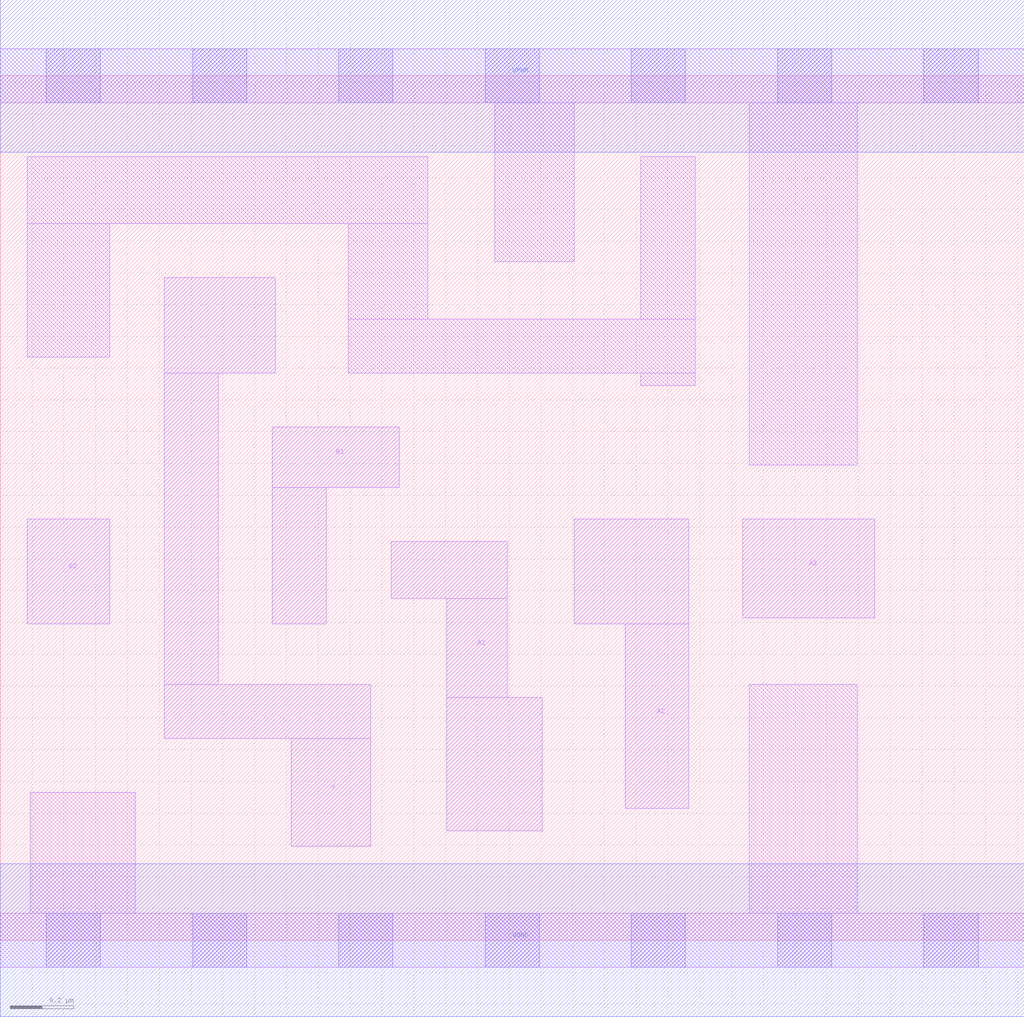
<source format=lef>
# Copyright 2020 The SkyWater PDK Authors
#
# Licensed under the Apache License, Version 2.0 (the "License");
# you may not use this file except in compliance with the License.
# You may obtain a copy of the License at
#
#     https://www.apache.org/licenses/LICENSE-2.0
#
# Unless required by applicable law or agreed to in writing, software
# distributed under the License is distributed on an "AS IS" BASIS,
# WITHOUT WARRANTIES OR CONDITIONS OF ANY KIND, either express or implied.
# See the License for the specific language governing permissions and
# limitations under the License.
#
# SPDX-License-Identifier: Apache-2.0

VERSION 5.7 ;
  NAMESCASESENSITIVE ON ;
  NOWIREEXTENSIONATPIN ON ;
  DIVIDERCHAR "/" ;
  BUSBITCHARS "[]" ;
UNITS
  DATABASE MICRONS 200 ;
END UNITS
MACRO sky130_fd_sc_hd__a32oi_1
  CLASS CORE ;
  SOURCE USER ;
  FOREIGN sky130_fd_sc_hd__a32oi_1 ;
  ORIGIN  0.000000  0.000000 ;
  SIZE  3.220000 BY  2.720000 ;
  SYMMETRY X Y R90 ;
  SITE unithd ;
  PIN A1
    ANTENNAGATEAREA  0.247500 ;
    DIRECTION INPUT ;
    USE SIGNAL ;
    PORT
      LAYER li1 ;
        RECT 1.230000 1.075000 1.595000 1.255000 ;
        RECT 1.405000 0.345000 1.705000 0.765000 ;
        RECT 1.405000 0.765000 1.595000 1.075000 ;
    END
  END A1
  PIN A2
    ANTENNAGATEAREA  0.247500 ;
    DIRECTION INPUT ;
    USE SIGNAL ;
    PORT
      LAYER li1 ;
        RECT 1.805000 0.995000 2.165000 1.325000 ;
        RECT 1.965000 0.415000 2.165000 0.995000 ;
    END
  END A2
  PIN A3
    ANTENNAGATEAREA  0.247500 ;
    DIRECTION INPUT ;
    USE SIGNAL ;
    PORT
      LAYER li1 ;
        RECT 2.335000 1.015000 2.750000 1.325000 ;
    END
  END A3
  PIN B1
    ANTENNAGATEAREA  0.247500 ;
    DIRECTION INPUT ;
    USE SIGNAL ;
    PORT
      LAYER li1 ;
        RECT 0.855000 0.995000 1.025000 1.425000 ;
        RECT 0.855000 1.425000 1.255000 1.615000 ;
    END
  END B1
  PIN B2
    ANTENNAGATEAREA  0.247500 ;
    DIRECTION INPUT ;
    USE SIGNAL ;
    PORT
      LAYER li1 ;
        RECT 0.085000 0.995000 0.345000 1.325000 ;
    END
  END B2
  PIN Y
    ANTENNADIFFAREA  0.575500 ;
    DIRECTION OUTPUT ;
    USE SIGNAL ;
    PORT
      LAYER li1 ;
        RECT 0.515000 0.635000 1.165000 0.805000 ;
        RECT 0.515000 0.805000 0.685000 1.785000 ;
        RECT 0.515000 1.785000 0.865000 2.085000 ;
        RECT 0.915000 0.295000 1.165000 0.635000 ;
    END
  END Y
  PIN VGND
    DIRECTION INOUT ;
    SHAPE ABUTMENT ;
    USE GROUND ;
    PORT
      LAYER met1 ;
        RECT 0.000000 -0.240000 3.220000 0.240000 ;
    END
  END VGND
  PIN VPWR
    DIRECTION INOUT ;
    SHAPE ABUTMENT ;
    USE POWER ;
    PORT
      LAYER met1 ;
        RECT 0.000000 2.480000 3.220000 2.960000 ;
    END
  END VPWR
  OBS
    LAYER li1 ;
      RECT 0.000000 -0.085000 3.220000 0.085000 ;
      RECT 0.000000  2.635000 3.220000 2.805000 ;
      RECT 0.085000  1.835000 0.345000 2.255000 ;
      RECT 0.085000  2.255000 1.345000 2.465000 ;
      RECT 0.095000  0.085000 0.425000 0.465000 ;
      RECT 1.095000  1.785000 2.185000 1.955000 ;
      RECT 1.095000  1.955000 1.345000 2.255000 ;
      RECT 1.555000  2.135000 1.805000 2.635000 ;
      RECT 2.015000  1.745000 2.185000 1.785000 ;
      RECT 2.015000  1.955000 2.185000 2.465000 ;
      RECT 2.355000  0.085000 2.695000 0.805000 ;
      RECT 2.355000  1.495000 2.695000 2.635000 ;
    LAYER mcon ;
      RECT 0.145000 -0.085000 0.315000 0.085000 ;
      RECT 0.145000  2.635000 0.315000 2.805000 ;
      RECT 0.605000 -0.085000 0.775000 0.085000 ;
      RECT 0.605000  2.635000 0.775000 2.805000 ;
      RECT 1.065000 -0.085000 1.235000 0.085000 ;
      RECT 1.065000  2.635000 1.235000 2.805000 ;
      RECT 1.525000 -0.085000 1.695000 0.085000 ;
      RECT 1.525000  2.635000 1.695000 2.805000 ;
      RECT 1.985000 -0.085000 2.155000 0.085000 ;
      RECT 1.985000  2.635000 2.155000 2.805000 ;
      RECT 2.445000 -0.085000 2.615000 0.085000 ;
      RECT 2.445000  2.635000 2.615000 2.805000 ;
      RECT 2.905000 -0.085000 3.075000 0.085000 ;
      RECT 2.905000  2.635000 3.075000 2.805000 ;
  END
END sky130_fd_sc_hd__a32oi_1

</source>
